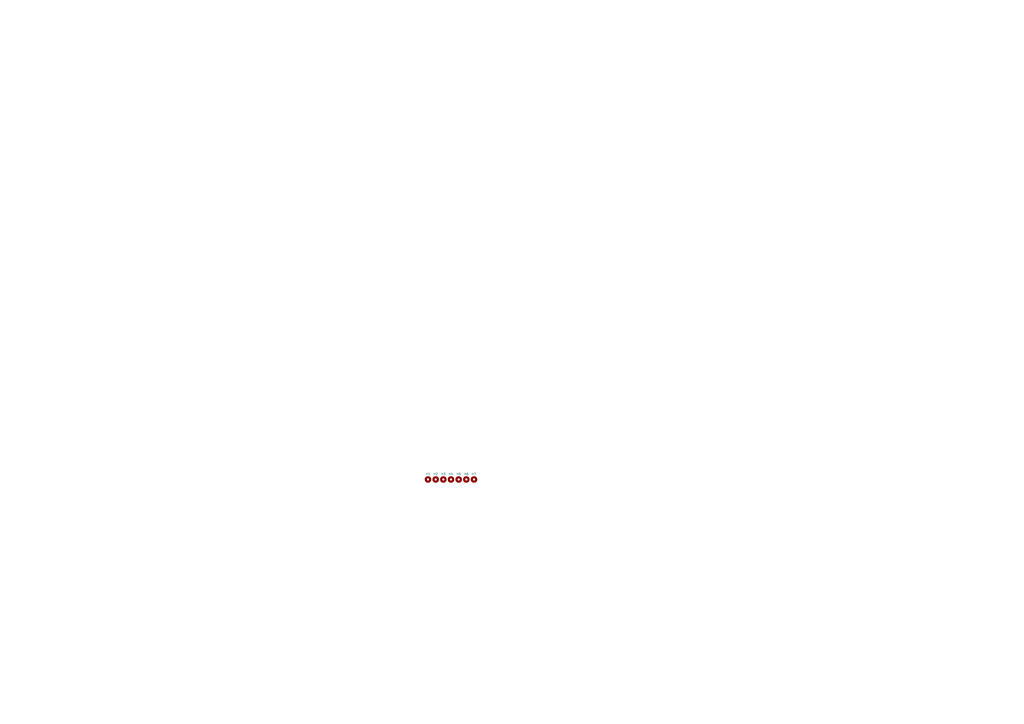
<source format=kicad_sch>
(kicad_sch (version 20231120) (generator "eeschema") (generator_version "8.0")
  (paper "A2")
  (lib_symbols
    (symbol "Mechanical:MountingHole" (pin_names (offset 1.016))
      (property "Reference" "H" (at 0 5.08 0))
      (property "Value" "MountingHole" (at 0 3.175 0))
      (symbol "MountingHole_0_1"
        (circle (center 0 0) (radius 1.27) (stroke (width 1.27)))
      )
    )
  )
  (symbol (lib_id "Mechanical:MountingHole") (at 261.62 278.13 0) (unit 1)
    (property "Reference" "H4" (at 261.62 274.955 0))
    (property "Value" "MountingHole" (effects (hide yes)))
    (property "Footprint" "MountingHole:MountingHole_2.2mm_M2_Pad" (effects (hide yes)))
  )
  (symbol (lib_id "Mechanical:MountingHole") (at 274.955 278.13 0) (unit 1)
    (property "Reference" "H7" (at 274.955 274.955 0))
    (property "Value" "MountingHole" (effects (hide yes)))
    (property "Footprint" "MountingHole:MountingHole_2.2mm_M2_Pad" (effects (hide yes)))
  )
  (symbol (lib_id "Mechanical:MountingHole") (at 248.285 278.13 0) (unit 1)
    (property "Reference" "H1" (at 248.285 274.955 0))
    (property "Value" "MountingHole" (effects (hide yes)))
    (property "Footprint" "MountingHole:MountingHole_2.2mm_M2_Pad" (effects (hide yes)))
  )
  (symbol (lib_id "Mechanical:MountingHole") (at 252.73 278.13 0) (unit 1)
    (property "Reference" "H2" (at 252.73 274.955 0))
    (property "Value" "MountingHole" (effects (hide yes)))
    (property "Footprint" "MountingHole:MountingHole_2.2mm_M2_Pad" (effects (hide yes)))
  )
  (symbol (lib_id "Mechanical:MountingHole") (at 266.065 278.13 0) (unit 1)
    (property "Reference" "H5" (at 266.065 274.955 0))
    (property "Value" "MountingHole" (effects (hide yes)))
    (property "Footprint" "MountingHole:MountingHole_2.2mm_M2_Pad" (effects (hide yes)))
  )
  (symbol (lib_id "Mechanical:MountingHole") (at 270.51 278.13 0) (unit 1)
    (property "Reference" "H6" (at 270.51 274.955 0))
    (property "Value" "MountingHole" (effects (hide yes)))
    (property "Footprint" "MountingHole:MountingHole_2.2mm_M2_Pad" (effects (hide yes)))
  )
  (symbol (lib_id "Mechanical:MountingHole") (at 257.175 278.13 0) (unit 1)
    (property "Reference" "H3" (at 257.175 274.955 0))
    (property "Value" "MountingHole" (effects (hide yes)))
    (property "Footprint" "MountingHole:MountingHole_2.2mm_M2_Pad" (effects (hide yes)))
  )
)
</source>
